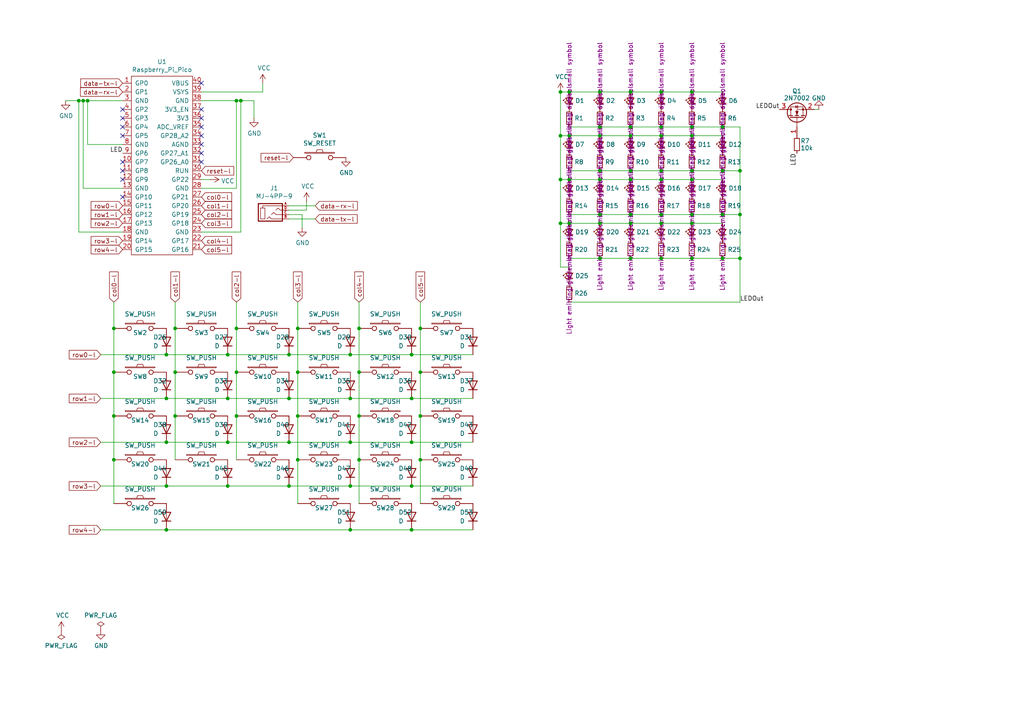
<source format=kicad_sch>
(kicad_sch (version 20250114) (generator "eeschema") (generator_version "9.0")
  (paper "A4")
  (title_block (title "Tim's Jiran mod") (rev "1") (company "Tim Lukashevich"))
  (junction (at 200.66 26.67))
  (junction (at 66.04 128.27))
  (junction (at 200.66 36.83))
  (junction (at 191.77 26.67))
  (junction (at 182.88 36.83))
  (junction (at 86.36 95.25))
  (junction (at 119.38 140.97))
  (junction (at 25.4 29.21))
  (junction (at 22.86 29.21))
  (junction (at 173.99 36.83))
  (junction (at 165.1 64.77))
  (junction (at 68.58 120.65))
  (junction (at 209.55 74.93))
  (junction (at 121.92 120.65))
  (junction (at 101.6 153.67))
  (junction (at 191.77 39.37))
  (junction (at 162.56 39.37))
  (junction (at 173.99 64.77))
  (junction (at 119.38 102.87))
  (junction (at 33.02 120.65))
  (junction (at 66.04 102.87))
  (junction (at 68.58 95.25))
  (junction (at 162.56 64.77))
  (junction (at 101.6 102.87))
  (junction (at 173.99 74.93))
  (junction (at 214.63 49.53))
  (junction (at 48.26 102.87))
  (junction (at 182.88 62.23))
  (junction (at 50.8 107.95))
  (junction (at 104.14 95.25))
  (junction (at 24.13 29.21))
  (junction (at 182.88 74.93))
  (junction (at 182.88 49.53))
  (junction (at 173.99 52.07))
  (junction (at 33.02 95.25))
  (junction (at 165.1 52.07))
  (junction (at 200.66 52.07))
  (junction (at 48.26 128.27))
  (junction (at 191.77 74.93))
  (junction (at 86.36 120.65))
  (junction (at 69.85 29.21))
  (junction (at 101.6 115.57))
  (junction (at 173.99 26.67))
  (junction (at 182.88 26.67))
  (junction (at 200.66 74.93))
  (junction (at 162.56 26.67))
  (junction (at 101.6 128.27))
  (junction (at 200.66 62.23))
  (junction (at 121.92 95.25))
  (junction (at 68.58 29.21))
  (junction (at 209.55 49.53))
  (junction (at 83.82 140.97))
  (junction (at 191.77 36.83))
  (junction (at 121.92 107.95))
  (junction (at 104.14 133.35))
  (junction (at 50.8 95.25))
  (junction (at 119.38 128.27))
  (junction (at 191.77 64.77))
  (junction (at 200.66 39.37))
  (junction (at 165.1 39.37))
  (junction (at 173.99 49.53))
  (junction (at 83.82 128.27))
  (junction (at 182.88 64.77))
  (junction (at 119.38 153.67))
  (junction (at 214.63 74.93))
  (junction (at 33.02 107.95))
  (junction (at 191.77 49.53))
  (junction (at 66.04 140.97))
  (junction (at 101.6 140.97))
  (junction (at 173.99 39.37))
  (junction (at 209.55 36.83))
  (junction (at 200.66 49.53))
  (junction (at 121.92 133.35))
  (junction (at 66.04 115.57))
  (junction (at 119.38 115.57))
  (junction (at 48.26 153.67))
  (junction (at 182.88 52.07))
  (junction (at 209.55 62.23))
  (junction (at 48.26 140.97))
  (junction (at 162.56 52.07))
  (junction (at 173.99 62.23))
  (junction (at 86.36 107.95))
  (junction (at 191.77 62.23))
  (junction (at 182.88 39.37))
  (junction (at 104.14 120.65))
  (junction (at 200.66 64.77))
  (junction (at 165.1 26.67))
  (junction (at 33.02 133.35))
  (junction (at 191.77 52.07))
  (junction (at 83.82 102.87))
  (junction (at 48.26 115.57))
  (junction (at 83.82 115.57))
  (junction (at 214.63 62.23))
  (junction (at 68.58 107.95))
  (junction (at 86.36 133.35))
  (junction (at 50.8 120.65))
  (junction (at 104.14 107.95))
  (no_connect (at 35.56 39.37))
  (no_connect (at 35.56 49.53))
  (no_connect (at 35.56 36.83))
  (no_connect (at 58.42 46.99))
  (no_connect (at 35.56 46.99))
  (no_connect (at 35.56 34.29))
  (no_connect (at 58.42 41.91))
  (no_connect (at 58.42 36.83))
  (no_connect (at 35.56 57.15))
  (no_connect (at 35.56 52.07))
  (no_connect (at 58.42 31.75))
  (no_connect (at 58.42 34.29))
  (no_connect (at 58.42 44.45))
  (no_connect (at 35.56 31.75))
  (no_connect (at 58.42 39.37))
  (no_connect (at 58.42 24.13))
  (wire (pts (xy 173.99 64.77) (xy 182.88 64.77)))
  (wire (pts (xy 58.42 67.31) (xy 69.85 67.31)))
  (wire (pts (xy 200.66 62.23) (xy 191.77 62.23)))
  (wire (pts (xy 173.99 74.93) (xy 165.1 74.93)))
  (wire (pts (xy 58.42 29.21) (xy 68.58 29.21)))
  (wire (pts (xy 48.26 153.67) (xy 29.21 153.67)))
  (wire (pts (xy 104.14 87.63) (xy 104.14 95.25)))
  (wire (pts (xy 191.77 62.23) (xy 182.88 62.23)))
  (wire (pts (xy 50.8 87.63) (xy 50.8 95.25)))
  (wire (pts (xy 48.26 102.87) (xy 66.04 102.87)))
  (wire (pts (xy 24.13 29.21) (xy 25.4 29.21)))
  (wire (pts (xy 58.42 26.67) (xy 76.2 26.67)))
  (wire (pts (xy 86.36 95.25) (xy 86.36 87.63)))
  (wire (pts (xy 173.99 36.83) (xy 165.1 36.83)))
  (wire (pts (xy 237.49 31.75) (xy 236.22 31.75)))
  (wire (pts (xy 121.92 120.65) (xy 121.92 133.35)))
  (wire (pts (xy 200.66 64.77) (xy 209.55 64.77)))
  (wire (pts (xy 25.4 29.21) (xy 35.56 29.21)))
  (wire (pts (xy 24.13 54.61) (xy 24.13 29.21)))
  (wire (pts (xy 104.14 133.35) (xy 104.14 146.05)))
  (wire (pts (xy 165.1 64.77) (xy 173.99 64.77)))
  (wire (pts (xy 173.99 26.67) (xy 182.88 26.67)))
  (wire (pts (xy 33.02 107.95) (xy 33.02 120.65)))
  (wire (pts (xy 101.6 128.27) (xy 83.82 128.27)))
  (wire (pts (xy 22.86 67.31) (xy 22.86 29.21)))
  (wire (pts (xy 182.88 64.77) (xy 191.77 64.77)))
  (wire (pts (xy 200.66 36.83) (xy 191.77 36.83)))
  (wire (pts (xy 66.04 128.27) (xy 48.26 128.27)))
  (wire (pts (xy 165.1 26.67) (xy 173.99 26.67)))
  (wire (pts (xy 33.02 133.35) (xy 33.02 120.65)))
  (wire (pts (xy 86.36 120.65) (xy 86.36 133.35)))
  (wire (pts (xy 68.58 107.95) (xy 68.58 120.65)))
  (wire (pts (xy 200.66 26.67) (xy 209.55 26.67)))
  (wire (pts (xy 209.55 62.23) (xy 200.66 62.23)))
  (wire (pts (xy 209.55 49.53) (xy 200.66 49.53)))
  (wire (pts (xy 182.88 26.67) (xy 191.77 26.67)))
  (wire (pts (xy 66.04 102.87) (xy 83.82 102.87)))
  (wire (pts (xy 83.82 128.27) (xy 66.04 128.27)))
  (wire (pts (xy 209.55 62.23) (xy 214.63 62.23)))
  (wire (pts (xy 137.16 140.97) (xy 119.38 140.97)))
  (wire (pts (xy 137.16 115.57) (xy 119.38 115.57)))
  (wire (pts (xy 165.1 39.37) (xy 173.99 39.37)))
  (wire (pts (xy 137.16 153.67) (xy 119.38 153.67)))
  (wire (pts (xy 50.8 107.95) (xy 50.8 120.65)))
  (wire (pts (xy 165.1 87.63) (xy 214.63 87.63)))
  (wire (pts (xy 25.4 41.91) (xy 25.4 29.21)))
  (wire (pts (xy 165.1 64.77) (xy 162.56 64.77)))
  (wire (pts (xy 48.26 153.67) (xy 101.6 153.67)))
  (wire (pts (xy 209.55 36.83) (xy 200.66 36.83)))
  (wire (pts (xy 182.88 52.07) (xy 191.77 52.07)))
  (wire (pts (xy 58.42 52.07) (xy 60.96 52.07)))
  (wire (pts (xy 83.82 60.96) (xy 88.9 60.96)))
  (wire (pts (xy 35.56 54.61) (xy 24.13 54.61)))
  (wire (pts (xy 83.82 59.69) (xy 91.44 59.69)))
  (wire (pts (xy 58.42 54.61) (xy 68.58 54.61)))
  (wire (pts (xy 165.1 52.07) (xy 162.56 52.07)))
  (wire (pts (xy 209.55 74.93) (xy 200.66 74.93)))
  (wire (pts (xy 119.38 102.87) (xy 137.16 102.87)))
  (wire (pts (xy 200.66 52.07) (xy 209.55 52.07)))
  (wire (pts (xy 88.9 60.96) (xy 88.9 58.42)))
  (wire (pts (xy 121.92 95.25) (xy 121.92 107.95)))
  (wire (pts (xy 165.1 39.37) (xy 162.56 39.37)))
  (wire (pts (xy 91.44 63.5) (xy 83.82 63.5)))
  (wire (pts (xy 121.92 107.95) (xy 121.92 120.65)))
  (wire (pts (xy 33.02 95.25) (xy 33.02 107.95)))
  (wire (pts (xy 19.05 29.21) (xy 22.86 29.21)))
  (wire (pts (xy 191.77 52.07) (xy 200.66 52.07)))
  (wire (pts (xy 66.04 140.97) (xy 48.26 140.97)))
  (wire (pts (xy 173.99 62.23) (xy 165.1 62.23)))
  (wire (pts (xy 104.14 120.65) (xy 104.14 107.95)))
  (wire (pts (xy 165.1 52.07) (xy 173.99 52.07)))
  (wire (pts (xy 121.92 133.35) (xy 121.92 146.05)))
  (wire (pts (xy 162.56 64.77) (xy 162.56 52.07)))
  (wire (pts (xy 137.16 128.27) (xy 119.38 128.27)))
  (wire (pts (xy 165.1 26.67) (xy 162.56 26.67)))
  (wire (pts (xy 165.1 77.47) (xy 162.56 77.47)))
  (wire (pts (xy 29.21 102.87) (xy 48.26 102.87)))
  (wire (pts (xy 173.99 52.07) (xy 182.88 52.07)))
  (wire (pts (xy 104.14 95.25) (xy 104.14 107.95)))
  (wire (pts (xy 83.82 62.23) (xy 87.63 62.23)))
  (wire (pts (xy 68.58 95.25) (xy 68.58 107.95)))
  (wire (pts (xy 214.63 36.83) (xy 214.63 49.53)))
  (wire (pts (xy 69.85 67.31) (xy 69.85 29.21)))
  (wire (pts (xy 83.82 102.87) (xy 101.6 102.87)))
  (wire (pts (xy 173.99 39.37) (xy 182.88 39.37)))
  (wire (pts (xy 162.56 39.37) (xy 162.56 26.67)))
  (wire (pts (xy 162.56 52.07) (xy 162.56 39.37)))
  (wire (pts (xy 191.77 39.37) (xy 200.66 39.37)))
  (wire (pts (xy 101.6 140.97) (xy 83.82 140.97)))
  (wire (pts (xy 191.77 49.53) (xy 182.88 49.53)))
  (wire (pts (xy 86.36 107.95) (xy 86.36 95.25)))
  (wire (pts (xy 182.88 62.23) (xy 173.99 62.23)))
  (wire (pts (xy 200.66 74.93) (xy 191.77 74.93)))
  (wire (pts (xy 162.56 77.47) (xy 162.56 64.77)))
  (wire (pts (xy 50.8 120.65) (xy 50.8 133.35)))
  (wire (pts (xy 209.55 74.93) (xy 214.63 74.93)))
  (wire (pts (xy 76.2 24.13) (xy 76.2 26.67)))
  (wire (pts (xy 209.55 49.53) (xy 214.63 49.53)))
  (wire (pts (xy 214.63 49.53) (xy 214.63 62.23)))
  (wire (pts (xy 191.77 64.77) (xy 200.66 64.77)))
  (wire (pts (xy 182.88 39.37) (xy 191.77 39.37)))
  (wire (pts (xy 104.14 120.65) (xy 104.14 133.35)))
  (wire (pts (xy 101.6 102.87) (xy 119.38 102.87)))
  (wire (pts (xy 35.56 67.31) (xy 22.86 67.31)))
  (wire (pts (xy 191.77 74.93) (xy 182.88 74.93)))
  (wire (pts (xy 191.77 36.83) (xy 182.88 36.83)))
  (wire (pts (xy 35.56 41.91) (xy 25.4 41.91)))
  (wire (pts (xy 209.55 36.83) (xy 214.63 36.83)))
  (wire (pts (xy 86.36 120.65) (xy 86.36 107.95)))
  (wire (pts (xy 101.6 115.57) (xy 83.82 115.57)))
  (wire (pts (xy 87.63 62.23) (xy 87.63 66.04)))
  (wire (pts (xy 119.38 115.57) (xy 101.6 115.57)))
  (wire (pts (xy 22.86 29.21) (xy 24.13 29.21)))
  (wire (pts (xy 50.8 95.25) (xy 50.8 107.95)))
  (wire (pts (xy 182.88 49.53) (xy 173.99 49.53)))
  (wire (pts (xy 200.66 49.53) (xy 191.77 49.53)))
  (wire (pts (xy 68.58 54.61) (xy 68.58 29.21)))
  (wire (pts (xy 48.26 128.27) (xy 29.21 128.27)))
  (wire (pts (xy 182.88 74.93) (xy 173.99 74.93)))
  (wire (pts (xy 29.21 140.97) (xy 48.26 140.97)))
  (wire (pts (xy 119.38 140.97) (xy 101.6 140.97)))
  (wire (pts (xy 214.63 62.23) (xy 214.63 74.93)))
  (wire (pts (xy 119.38 153.67) (xy 101.6 153.67)))
  (wire (pts (xy 119.38 128.27) (xy 101.6 128.27)))
  (wire (pts (xy 182.88 36.83) (xy 173.99 36.83)))
  (wire (pts (xy 191.77 26.67) (xy 200.66 26.67)))
  (wire (pts (xy 33.02 133.35) (xy 33.02 146.05)))
  (wire (pts (xy 68.58 29.21) (xy 69.85 29.21)))
  (wire (pts (xy 48.26 115.57) (xy 29.21 115.57)))
  (wire (pts (xy 121.92 87.63) (xy 121.92 95.25)))
  (wire (pts (xy 66.04 115.57) (xy 48.26 115.57)))
  (wire (pts (xy 200.66 39.37) (xy 209.55 39.37)))
  (wire (pts (xy 73.66 29.21) (xy 73.66 34.29)))
  (wire (pts (xy 69.85 29.21) (xy 73.66 29.21)))
  (wire (pts (xy 173.99 49.53) (xy 165.1 49.53)))
  (wire (pts (xy 83.82 140.97) (xy 66.04 140.97)))
  (wire (pts (xy 68.58 120.65) (xy 68.58 133.35)))
  (wire (pts (xy 86.36 146.05) (xy 86.36 133.35)))
  (wire (pts (xy 33.02 87.63) (xy 33.02 95.25)))
  (wire (pts (xy 214.63 74.93) (xy 214.63 87.63)))
  (wire (pts (xy 68.58 87.63) (xy 68.58 95.25)))
  (wire (pts (xy 83.82 115.57) (xy 66.04 115.57)))
  (label "LEDOut" (at 226.06 31.75 180))
  (label "LEDOut" (at 214.63 87.63 0))
  (label "LED" (at 231.14 44.45 270))
  (label "LED" (at 35.56 44.45 180))
  (global_label "col5-l" (shape input) (at 121.92 87.63 90) (property "Intersheetrefs" "${INTERSHEET_REFS}" (effects (hide yes))))
  (global_label "col2-l" (shape input) (at 58.42 62.23 0) (property "Intersheetrefs" "${INTERSHEET_REFS}" (effects (hide yes))))
  (global_label "col1-l" (shape input) (at 50.8 87.63 90) (property "Intersheetrefs" "${INTERSHEET_REFS}" (effects (hide yes))))
  (global_label "reset-l" (shape input) (at 58.42 49.53 0) (property "Intersheetrefs" "${INTERSHEET_REFS}" (effects (hide yes))))
  (global_label "col2-l" (shape input) (at 68.58 87.63 90) (property "Intersheetrefs" "${INTERSHEET_REFS}" (effects (hide yes))))
  (global_label "data-rx-l" (shape input) (at 91.44 59.69 0) (property "Intersheetrefs" "${INTERSHEET_REFS}" (effects (hide yes))))
  (global_label "col3-l" (shape input) (at 86.36 87.63 90) (property "Intersheetrefs" "${INTERSHEET_REFS}" (effects (hide yes))))
  (global_label "row4-l" (shape input) (at 35.56 72.39 180) (property "Intersheetrefs" "${INTERSHEET_REFS}" (effects (hide yes))))
  (global_label "row0-l" (shape input) (at 29.21 102.87 180) (property "Intersheetrefs" "${INTERSHEET_REFS}" (effects (hide yes))))
  (global_label "data-tx-l" (shape input) (at 91.44 63.5 0) (property "Intersheetrefs" "${INTERSHEET_REFS}" (effects (hide yes))))
  (global_label "row2-l" (shape input) (at 35.56 64.77 180) (property "Intersheetrefs" "${INTERSHEET_REFS}" (effects (hide yes))))
  (global_label "reset-l" (shape input) (at 85.09 45.72 180) (property "Intersheetrefs" "${INTERSHEET_REFS}" (effects (hide yes))))
  (global_label "row1-l" (shape input) (at 29.21 115.57 180) (property "Intersheetrefs" "${INTERSHEET_REFS}" (effects (hide yes))))
  (global_label "data-rx-l" (shape input) (at 35.56 26.67 180) (property "Intersheetrefs" "${INTERSHEET_REFS}" (effects (hide yes))))
  (global_label "row3-l" (shape input) (at 35.56 69.85 180) (property "Intersheetrefs" "${INTERSHEET_REFS}" (effects (hide yes))))
  (global_label "col4-l" (shape input) (at 104.14 87.63 90) (property "Intersheetrefs" "${INTERSHEET_REFS}" (effects (hide yes))))
  (global_label "col0-l" (shape input) (at 58.42 57.15 0) (property "Intersheetrefs" "${INTERSHEET_REFS}" (effects (hide yes))))
  (global_label "col5-l" (shape input) (at 58.42 72.39 0) (property "Intersheetrefs" "${INTERSHEET_REFS}" (effects (hide yes))))
  (global_label "row1-l" (shape input) (at 35.56 62.23 180) (property "Intersheetrefs" "${INTERSHEET_REFS}" (effects (hide yes))))
  (global_label "row0-l" (shape input) (at 35.56 59.69 180) (property "Intersheetrefs" "${INTERSHEET_REFS}" (effects (hide yes))))
  (global_label "col1-l" (shape input) (at 58.42 59.69 0) (property "Intersheetrefs" "${INTERSHEET_REFS}" (effects (hide yes))))
  (global_label "col4-l" (shape input) (at 58.42 69.85 0) (property "Intersheetrefs" "${INTERSHEET_REFS}" (effects (hide yes))))
  (global_label "col0-l" (shape input) (at 33.02 87.63 90) (property "Intersheetrefs" "${INTERSHEET_REFS}" (effects (hide yes))))
  (global_label "row4-l" (shape input) (at 29.21 153.67 180) (property "Intersheetrefs" "${INTERSHEET_REFS}" (effects (hide yes))))
  (global_label "row3-l" (shape input) (at 29.21 140.97 180) (property "Intersheetrefs" "${INTERSHEET_REFS}" (effects (hide yes))))
  (global_label "row2-l" (shape input) (at 29.21 128.27 180) (property "Intersheetrefs" "${INTERSHEET_REFS}" (effects (hide yes))))
  (global_label "data-tx-l" (shape input) (at 35.56 24.13 180) (property "Intersheetrefs" "${INTERSHEET_REFS}" (effects (hide yes))))
  (global_label "col3-l" (shape input) (at 58.42 64.77 0) (property "Intersheetrefs" "${INTERSHEET_REFS}" (effects (hide yes))))
  (symbol (lib_id "Device:LED_Small") (at 165.1 29.21 90) (unit 1)
    (property "Reference" "D1" (at 166.8272 29.21 90) (effects (justify right)))
    (property "Value" "LED_Small" (effects (hide yes)))
    (property "Footprint" "_tergo_lib:LED_1.8mm" (effects (hide yes)))
    (property "Description" "Light emitting diode, small symbol" (at 165.1 29.21 0))
    (property "Sim.Pins" "1=K 2=A" (effects (hide yes)))
  )
  (symbol (lib_id "Device:LED_Small") (at 173.99 29.21 90) (unit 1)
    (property "Reference" "D2" (at 175.7172 29.21 90) (effects (justify right)))
    (property "Value" "LED_Small" (effects (hide yes)))
    (property "Footprint" "_tergo_lib:LED_1.8mm" (effects (hide yes)))
    (property "Description" "Light emitting diode, small symbol" (at 173.99 29.21 0))
    (property "Sim.Pins" "1=K 2=A" (effects (hide yes)))
  )
  (symbol (lib_id "Device:LED_Small") (at 182.88 29.21 90) (unit 1)
    (property "Reference" "D3" (at 184.6072 29.21 90) (effects (justify right)))
    (property "Value" "LED_Small" (effects (hide yes)))
    (property "Footprint" "_tergo_lib:LED_1.8mm" (effects (hide yes)))
    (property "Description" "Light emitting diode, small symbol" (at 182.88 29.21 0))
    (property "Sim.Pins" "1=K 2=A" (effects (hide yes)))
  )
  (symbol (lib_id "Device:LED_Small") (at 191.77 29.21 90) (unit 1)
    (property "Reference" "D4" (at 193.4972 29.21 90) (effects (justify right)))
    (property "Value" "LED_Small" (effects (hide yes)))
    (property "Footprint" "_tergo_lib:LED_1.8mm" (effects (hide yes)))
    (property "Description" "Light emitting diode, small symbol" (at 191.77 29.21 0))
    (property "Sim.Pins" "1=K 2=A" (effects (hide yes)))
  )
  (symbol (lib_id "Device:LED_Small") (at 200.66 29.21 90) (unit 1)
    (property "Reference" "D5" (at 202.3872 29.21 90) (effects (justify right)))
    (property "Value" "LED_Small" (effects (hide yes)))
    (property "Footprint" "_tergo_lib:LED_1.8mm" (effects (hide yes)))
    (property "Description" "Light emitting diode, small symbol" (at 200.66 29.21 0))
    (property "Sim.Pins" "1=K 2=A" (effects (hide yes)))
  )
  (symbol (lib_id "Device:LED_Small") (at 209.55 29.21 90) (unit 1)
    (property "Reference" "D6" (at 211.2772 29.21 90) (effects (justify right)))
    (property "Value" "LED_Small" (effects (hide yes)))
    (property "Footprint" "_tergo_lib:LED_1.8mm" (effects (hide yes)))
    (property "Description" "Light emitting diode, small symbol" (at 209.55 29.21 0))
    (property "Sim.Pins" "1=K 2=A" (effects (hide yes)))
  )
  (symbol (lib_id "Device:R_Small") (at 165.1 34.29 0) (unit 1)
    (property "Reference" "R1" (at 166.5986 34.29 0) (effects (justify left)))
    (property "Value" "R_Small" (effects (hide yes)))
    (property "Footprint" "_tergo_lib:Resistor-Hybrid-2sided" (effects (hide yes)))
  )
  (symbol (lib_id "Device:R_Small") (at 173.99 34.29 0) (unit 1)
    (property "Reference" "R2" (at 175.4886 34.29 0) (effects (justify left)))
    (property "Value" "R_Small" (effects (hide yes)))
    (property "Footprint" "_tergo_lib:Resistor-Hybrid-2sided" (effects (hide yes)))
  )
  (symbol (lib_id "Device:R_Small") (at 182.88 34.29 0) (unit 1)
    (property "Reference" "R3" (at 184.3786 34.29 0) (effects (justify left)))
    (property "Value" "R_Small" (effects (hide yes)))
    (property "Footprint" "_tergo_lib:Resistor-Hybrid-2sided" (effects (hide yes)))
  )
  (symbol (lib_id "Device:R_Small") (at 191.77 34.29 0) (unit 1)
    (property "Reference" "R4" (at 193.2686 34.29 0) (effects (justify left)))
    (property "Value" "R_Small" (effects (hide yes)))
    (property "Footprint" "_tergo_lib:Resistor-Hybrid-2sided" (effects (hide yes)))
  )
  (symbol (lib_id "Device:R_Small") (at 200.66 34.29 0) (unit 1)
    (property "Reference" "R5" (at 202.1586 34.29 0) (effects (justify left)))
    (property "Value" "R_Small" (effects (hide yes)))
    (property "Footprint" "_tergo_lib:Resistor-Hybrid-2sided" (effects (hide yes)))
  )
  (symbol (lib_id "Device:R_Small") (at 209.55 34.29 0) (unit 1)
    (property "Reference" "R6" (at 211.0486 34.29 0) (effects (justify left)))
    (property "Value" "R_Small" (effects (hide yes)))
    (property "Footprint" "_tergo_lib:Resistor-Hybrid-2sided" (effects (hide yes)))
  )
  (symbol (lib_id "Device:LED_Small") (at 165.1 41.91 90) (unit 1)
    (property "Reference" "D7" (at 166.8272 41.91 90) (effects (justify right)))
    (property "Value" "LED_Small" (effects (hide yes)))
    (property "Footprint" "_tergo_lib:LED_1.8mm" (effects (hide yes)))
    (property "Description" "Light emitting diode, small symbol" (at 165.1 41.91 0))
    (property "Sim.Pins" "1=K 2=A" (effects (hide yes)))
  )
  (symbol (lib_id "Device:LED_Small") (at 173.99 41.91 90) (unit 1)
    (property "Reference" "D8" (at 175.7172 41.91 90) (effects (justify right)))
    (property "Value" "LED_Small" (effects (hide yes)))
    (property "Footprint" "_tergo_lib:LED_1.8mm" (effects (hide yes)))
    (property "Description" "Light emitting diode, small symbol" (at 173.99 41.91 0))
    (property "Sim.Pins" "1=K 2=A" (effects (hide yes)))
  )
  (symbol (lib_id "Device:LED_Small") (at 182.88 41.91 90) (unit 1)
    (property "Reference" "D9" (at 184.6072 41.91 90) (effects (justify right)))
    (property "Value" "LED_Small" (effects (hide yes)))
    (property "Footprint" "_tergo_lib:LED_1.8mm" (effects (hide yes)))
    (property "Description" "Light emitting diode, small symbol" (at 182.88 41.91 0))
    (property "Sim.Pins" "1=K 2=A" (effects (hide yes)))
  )
  (symbol (lib_id "Device:LED_Small") (at 191.77 41.91 90) (unit 1)
    (property "Reference" "D10" (at 193.4972 41.91 90) (effects (justify right)))
    (property "Value" "LED_Small" (effects (hide yes)))
    (property "Footprint" "_tergo_lib:LED_1.8mm" (effects (hide yes)))
    (property "Description" "Light emitting diode, small symbol" (at 191.77 41.91 0))
    (property "Sim.Pins" "1=K 2=A" (effects (hide yes)))
  )
  (symbol (lib_id "Device:LED_Small") (at 200.66 41.91 90) (unit 1)
    (property "Reference" "D11" (at 202.3872 41.91 90) (effects (justify right)))
    (property "Value" "LED_Small" (effects (hide yes)))
    (property "Footprint" "_tergo_lib:LED_1.8mm" (effects (hide yes)))
    (property "Description" "Light emitting diode, small symbol" (at 200.66 41.91 0))
    (property "Sim.Pins" "1=K 2=A" (effects (hide yes)))
  )
  (symbol (lib_id "Device:LED_Small") (at 209.55 41.91 90) (unit 1)
    (property "Reference" "D12" (at 211.2772 41.91 90) (effects (justify right)))
    (property "Value" "LED_Small" (effects (hide yes)))
    (property "Footprint" "_tergo_lib:LED_1.8mm" (effects (hide yes)))
    (property "Description" "Light emitting diode, small symbol" (at 209.55 41.91 0))
    (property "Sim.Pins" "1=K 2=A" (effects (hide yes)))
  )
  (symbol (lib_id "Device:R_Small") (at 165.1 46.99 0) (unit 1)
    (property "Reference" "R8" (at 166.5986 46.99 0) (effects (justify left)))
    (property "Value" "R_Small" (effects (hide yes)))
    (property "Footprint" "_tergo_lib:Resistor-Hybrid-2sided" (effects (hide yes)))
  )
  (symbol (lib_id "Device:R_Small") (at 173.99 46.99 0) (unit 1)
    (property "Reference" "R9" (at 175.4886 46.99 0) (effects (justify left)))
    (property "Value" "R_Small" (effects (hide yes)))
    (property "Footprint" "_tergo_lib:Resistor-Hybrid-2sided" (effects (hide yes)))
  )
  (symbol (lib_id "Device:R_Small") (at 182.88 46.99 0) (unit 1)
    (property "Reference" "R10" (at 184.3786 46.99 0) (effects (justify left)))
    (property "Value" "R_Small" (effects (hide yes)))
    (property "Footprint" "_tergo_lib:Resistor-Hybrid-2sided" (effects (hide yes)))
  )
  (symbol (lib_id "Device:R_Small") (at 191.77 46.99 0) (unit 1)
    (property "Reference" "R11" (at 193.2686 46.99 0) (effects (justify left)))
    (property "Value" "R_Small" (effects (hide yes)))
    (property "Footprint" "_tergo_lib:Resistor-Hybrid-2sided" (effects (hide yes)))
  )
  (symbol (lib_id "Device:R_Small") (at 200.66 46.99 0) (unit 1)
    (property "Reference" "R12" (at 202.1586 46.99 0) (effects (justify left)))
    (property "Value" "R_Small" (effects (hide yes)))
    (property "Footprint" "_tergo_lib:Resistor-Hybrid-2sided" (effects (hide yes)))
  )
  (symbol (lib_id "Device:R_Small") (at 209.55 46.99 0) (unit 1)
    (property "Reference" "R13" (at 211.0486 46.99 0) (effects (justify left)))
    (property "Value" "R_Small" (effects (hide yes)))
    (property "Footprint" "_tergo_lib:Resistor-Hybrid-2sided" (effects (hide yes)))
  )
  (symbol (lib_id "Device:LED_Small") (at 165.1 54.61 90) (unit 1)
    (property "Reference" "D13" (at 166.8272 54.61 90) (effects (justify right)))
    (property "Value" "LED_Small" (effects (hide yes)))
    (property "Footprint" "_tergo_lib:LED_1.8mm" (effects (hide yes)))
    (property "Description" "Light emitting diode, small symbol" (at 165.1 54.61 0))
    (property "Sim.Pins" "1=K 2=A" (effects (hide yes)))
  )
  (symbol (lib_id "Device:LED_Small") (at 173.99 54.61 90) (unit 1)
    (property "Reference" "D14" (at 175.7172 54.61 90) (effects (justify right)))
    (property "Value" "LED_Small" (effects (hide yes)))
    (property "Footprint" "_tergo_lib:LED_1.8mm" (effects (hide yes)))
    (property "Description" "Light emitting diode, small symbol" (at 173.99 54.61 0))
    (property "Sim.Pins" "1=K 2=A" (effects (hide yes)))
  )
  (symbol (lib_id "Device:LED_Small") (at 182.88 54.61 90) (unit 1)
    (property "Reference" "D15" (at 184.6072 54.61 90) (effects (justify right)))
    (property "Value" "LED_Small" (effects (hide yes)))
    (property "Footprint" "_tergo_lib:LED_1.8mm" (effects (hide yes)))
    (property "Description" "Light emitting diode, small symbol" (at 182.88 54.61 0))
    (property "Sim.Pins" "1=K 2=A" (effects (hide yes)))
  )
  (symbol (lib_id "Device:LED_Small") (at 191.77 54.61 90) (unit 1)
    (property "Reference" "D16" (at 193.4972 54.61 90) (effects (justify right)))
    (property "Value" "LED_Small" (effects (hide yes)))
    (property "Footprint" "_tergo_lib:LED_1.8mm" (effects (hide yes)))
    (property "Description" "Light emitting diode, small symbol" (at 191.77 54.61 0))
    (property "Sim.Pins" "1=K 2=A" (effects (hide yes)))
  )
  (symbol (lib_id "Device:LED_Small") (at 200.66 54.61 90) (unit 1)
    (property "Reference" "D17" (at 202.3872 54.61 90) (effects (justify right)))
    (property "Value" "LED_Small" (effects (hide yes)))
    (property "Footprint" "_tergo_lib:LED_1.8mm" (effects (hide yes)))
    (property "Description" "Light emitting diode, small symbol" (at 200.66 54.61 0))
    (property "Sim.Pins" "1=K 2=A" (effects (hide yes)))
  )
  (symbol (lib_id "Device:LED_Small") (at 209.55 54.61 90) (unit 1)
    (property "Reference" "D18" (at 211.2772 54.61 90) (effects (justify right)))
    (property "Value" "LED_Small" (effects (hide yes)))
    (property "Footprint" "_tergo_lib:LED_1.8mm" (effects (hide yes)))
    (property "Description" "Light emitting diode, small symbol" (at 209.55 54.61 0))
    (property "Sim.Pins" "1=K 2=A" (effects (hide yes)))
  )
  (symbol (lib_id "Device:R_Small") (at 165.1 59.69 0) (unit 1)
    (property "Reference" "R14" (at 166.5986 59.69 0) (effects (justify left)))
    (property "Value" "R_Small" (effects (hide yes)))
    (property "Footprint" "_tergo_lib:Resistor-Hybrid-2sided" (effects (hide yes)))
  )
  (symbol (lib_id "Device:R_Small") (at 173.99 59.69 0) (unit 1)
    (property "Reference" "R15" (at 175.4886 59.69 0) (effects (justify left)))
    (property "Value" "R_Small" (effects (hide yes)))
    (property "Footprint" "_tergo_lib:Resistor-Hybrid-2sided" (effects (hide yes)))
  )
  (symbol (lib_id "Device:R_Small") (at 182.88 59.69 0) (unit 1)
    (property "Reference" "R16" (at 184.3786 59.69 0) (effects (justify left)))
    (property "Value" "R_Small" (effects (hide yes)))
    (property "Footprint" "_tergo_lib:Resistor-Hybrid-2sided" (effects (hide yes)))
  )
  (symbol (lib_id "Device:R_Small") (at 191.77 59.69 0) (unit 1)
    (property "Reference" "R17" (at 193.2686 59.69 0) (effects (justify left)))
    (property "Value" "R_Small" (effects (hide yes)))
    (property "Footprint" "_tergo_lib:Resistor-Hybrid-2sided" (effects (hide yes)))
  )
  (symbol (lib_id "Device:R_Small") (at 200.66 59.69 0) (unit 1)
    (property "Reference" "R18" (at 202.1586 59.69 0) (effects (justify left)))
    (property "Value" "R_Small" (effects (hide yes)))
    (property "Footprint" "_tergo_lib:Resistor-Hybrid-2sided" (effects (hide yes)))
  )
  (symbol (lib_id "Device:R_Small") (at 209.55 59.69 0) (unit 1)
    (property "Reference" "R19" (at 211.0486 59.69 0) (effects (justify left)))
    (property "Value" "R_Small" (effects (hide yes)))
    (property "Footprint" "_tergo_lib:Resistor-Hybrid-2sided" (effects (hide yes)))
  )
  (symbol (lib_id "Device:LED_Small") (at 165.1 67.31 90) (unit 1)
    (property "Reference" "D19" (at 166.8272 67.31 90) (effects (justify right)))
    (property "Value" "LED_Small" (effects (hide yes)))
    (property "Footprint" "_tergo_lib:LED_1.8mm" (effects (hide yes)))
    (property "Description" "Light emitting diode, small symbol" (at 165.1 67.31 0))
    (property "Sim.Pins" "1=K 2=A" (effects (hide yes)))
  )
  (symbol (lib_id "Device:LED_Small") (at 173.99 67.31 90) (unit 1)
    (property "Reference" "D20" (at 175.7172 67.31 90) (effects (justify right)))
    (property "Value" "LED_Small" (effects (hide yes)))
    (property "Footprint" "_tergo_lib:LED_1.8mm" (effects (hide yes)))
    (property "Description" "Light emitting diode, small symbol" (at 173.99 67.31 0))
    (property "Sim.Pins" "1=K 2=A" (effects (hide yes)))
  )
  (symbol (lib_id "Device:LED_Small") (at 182.88 67.31 90) (unit 1)
    (property "Reference" "D21" (at 184.6072 67.31 90) (effects (justify right)))
    (property "Value" "LED_Small" (effects (hide yes)))
    (property "Footprint" "_tergo_lib:LED_1.8mm" (effects (hide yes)))
    (property "Description" "Light emitting diode, small symbol" (at 182.88 67.31 0))
    (property "Sim.Pins" "1=K 2=A" (effects (hide yes)))
  )
  (symbol (lib_id "Device:LED_Small") (at 200.66 67.31 90) (unit 1)
    (property "Reference" "D23" (at 202.3872 67.31 90) (effects (justify right)))
    (property "Value" "LED_Small" (effects (hide yes)))
    (property "Footprint" "_tergo_lib:LED_1.8mm" (effects (hide yes)))
    (property "Description" "Light emitting diode, small symbol" (at 200.66 67.31 0))
    (property "Sim.Pins" "1=K 2=A" (effects (hide yes)))
  )
  (symbol (lib_id "Device:R_Small") (at 165.1 72.39 0) (unit 1)
    (property "Reference" "R20" (at 166.5986 72.39 0) (effects (justify left)))
    (property "Value" "R_Small" (effects (hide yes)))
    (property "Footprint" "_tergo_lib:Resistor-Hybrid-2sided" (effects (hide yes)))
  )
  (symbol (lib_id "Device:R_Small") (at 173.99 72.39 0) (unit 1)
    (property "Reference" "R21" (at 175.4886 72.39 0) (effects (justify left)))
    (property "Value" "R_Small" (effects (hide yes)))
    (property "Footprint" "_tergo_lib:Resistor-Hybrid-2sided" (effects (hide yes)))
  )
  (symbol (lib_id "Device:R_Small") (at 182.88 72.39 0) (unit 1)
    (property "Reference" "R22" (at 184.3786 72.39 0) (effects (justify left)))
    (property "Value" "R_Small" (effects (hide yes)))
    (property "Footprint" "_tergo_lib:Resistor-Hybrid-2sided" (effects (hide yes)))
  )
  (symbol (lib_id "Device:R_Small") (at 191.77 72.39 0) (unit 1)
    (property "Reference" "R23" (at 193.2686 72.39 0) (effects (justify left)))
    (property "Value" "R_Small" (effects (hide yes)))
    (property "Footprint" "_tergo_lib:Resistor-Hybrid-2sided" (effects (hide yes)))
  )
  (symbol (lib_id "Device:R_Small") (at 200.66 72.39 0) (unit 1)
    (property "Reference" "R24" (at 202.1586 72.39 0) (effects (justify left)))
    (property "Value" "R_Small" (effects (hide yes)))
    (property "Footprint" "_tergo_lib:Resistor-Hybrid-2sided" (effects (hide yes)))
  )
  (symbol (lib_id "Device:R_Small") (at 209.55 72.39 0) (unit 1)
    (property "Reference" "R25" (at 211.0486 72.39 0) (effects (justify left)))
    (property "Value" "R_Small" (effects (hide yes)))
    (property "Footprint" "_tergo_lib:Resistor-Hybrid-2sided" (effects (hide yes)))
  )
  (symbol (lib_id "Device:LED_Small") (at 165.1 80.01 90) (unit 1)
    (property "Reference" "D25" (at 166.8272 80.01 90) (effects (justify right)))
    (property "Value" "LED_Small" (effects (hide yes)))
    (property "Footprint" "_tergo_lib:LED_1.8mm" (effects (hide yes)))
    (property "Description" "Light emitting diode, small symbol" (at 165.1 80.01 0))
    (property "Sim.Pins" "1=K 2=A" (effects (hide yes)))
  )
  (symbol (lib_id "Device:R_Small") (at 165.1 85.09 0) (unit 1)
    (property "Reference" "R26" (at 166.5986 85.09 0) (effects (justify left)))
    (property "Value" "R_Small" (effects (hide yes)))
    (property "Footprint" "_tergo_lib:Resistor-Hybrid-2sided" (effects (hide yes)))
  )
  (symbol (lib_id "Transistor_FET:2N7002") (at 231.14 34.29 90) (unit 1)
    (property "Reference" "Q1" (at 231.14 26.416 90))
    (property "Value" "2N7002" (at 231.14 28.448 90))
    (property "Footprint" "Package_TO_SOT_SMD:SOT-23" (effects (hide yes)))
    (property "Datasheet" "https://www.fairchildsemi.com/datasheets/2N/2N7002.pdf" (effects (hide yes)))
  )
  (symbol (lib_id "Device:R_Small") (at 231.14 41.91 0) (unit 1)
    (property "Reference" "R7" (at 232.156 40.894 0) (effects (justify left)))
    (property "Value" "10k" (at 232.156 42.926 0) (effects (justify left)))
    (property "Footprint" "_tergo_lib:Keebio-Resistor-Hybrid-Back" (effects (hide yes)))
  )
  (symbol (lib_id "_tergo_lib:SW_PUSH") (at 40.64 107.95 0) (unit 1)
    (property "Reference" "SW8" (at 40.64 109.22 0))
    (property "Value" "SW_PUSH" (at 40.64 103.7844 0))
    (property "Footprint" "_tergo_lib:CherryMX_Choco_Hotswap" (effects (hide yes)))
  )
  (symbol (lib_id "Device:D") (at 48.26 111.76 90) (unit 1)
    (property "Reference" "D32" (at 44.45 110.49 90) (effects (justify right)))
    (property "Value" "D" (at 44.45 113.03 90) (effects (justify right)))
    (property "Footprint" "_tergo_lib:Keebio-Diode-Hybrid-Back" (effects (hide yes)))
    (property "Description" "Diode" (effects (hide yes)))
    (property "Sim.Device" "D" (effects (hide yes)))
    (property "Sim.Pins" "1=K 2=A" (effects (hide yes)))
  )
  (symbol (lib_id "_tergo_lib:SW_PUSH") (at 40.64 120.65 0) (unit 1)
    (property "Reference" "SW14" (at 40.64 121.92 0))
    (property "Value" "SW_PUSH" (at 40.64 116.4844 0))
    (property "Footprint" "_tergo_lib:CherryMX_Choco_Hotswap" (effects (hide yes)))
  )
  (symbol (lib_id "Device:D") (at 48.26 124.46 90) (unit 1)
    (property "Reference" "D38" (at 44.45 123.19 90) (effects (justify right)))
    (property "Value" "D" (at 44.45 125.73 90) (effects (justify right)))
    (property "Footprint" "_tergo_lib:Keebio-Diode-Hybrid-Back" (effects (hide yes)))
    (property "Description" "Diode" (effects (hide yes)))
    (property "Sim.Device" "D" (effects (hide yes)))
    (property "Sim.Pins" "1=K 2=A" (effects (hide yes)))
  )
  (symbol (lib_id "_tergo_lib:SW_PUSH") (at 40.64 133.35 0) (unit 1)
    (property "Reference" "SW20" (at 40.64 134.62 0))
    (property "Value" "SW_PUSH" (at 40.64 129.1844 0))
    (property "Footprint" "_tergo_lib:CherryMX_Choco_Hotswap" (effects (hide yes)))
  )
  (symbol (lib_id "Device:D") (at 48.26 137.16 90) (unit 1)
    (property "Reference" "D44" (at 44.45 135.89 90) (effects (justify right)))
    (property "Value" "D" (at 44.45 138.43 90) (effects (justify right)))
    (property "Footprint" "_tergo_lib:Keebio-Diode-Hybrid-Back" (effects (hide yes)))
    (property "Description" "Diode" (effects (hide yes)))
    (property "Sim.Device" "D" (effects (hide yes)))
    (property "Sim.Pins" "1=K 2=A" (effects (hide yes)))
  )
  (symbol (lib_id "_tergo_lib:SW_PUSH") (at 58.42 107.95 0) (unit 1)
    (property "Reference" "SW9" (at 58.42 109.22 0))
    (property "Value" "SW_PUSH" (at 58.42 103.7844 0))
    (property "Footprint" "_tergo_lib:CherryMX_Choco_Hotswap" (effects (hide yes)))
  )
  (symbol (lib_id "Device:D") (at 66.04 111.76 90) (unit 1)
    (property "Reference" "D33" (at 62.23 110.49 90) (effects (justify right)))
    (property "Value" "D" (at 62.23 113.03 90) (effects (justify right)))
    (property "Footprint" "_tergo_lib:Keebio-Diode-Hybrid-Back" (effects (hide yes)))
    (property "Description" "Diode" (effects (hide yes)))
    (property "Sim.Device" "D" (effects (hide yes)))
    (property "Sim.Pins" "1=K 2=A" (effects (hide yes)))
  )
  (symbol (lib_id "_tergo_lib:SW_PUSH") (at 58.42 120.65 0) (unit 1)
    (property "Reference" "SW15" (at 58.42 121.92 0))
    (property "Value" "SW_PUSH" (at 58.42 116.4844 0))
    (property "Footprint" "_tergo_lib:CherryMX_Choco_Hotswap" (effects (hide yes)))
  )
  (symbol (lib_id "Device:D") (at 66.04 124.46 90) (unit 1)
    (property "Reference" "D39" (at 62.23 123.19 90) (effects (justify right)))
    (property "Value" "D" (at 62.23 125.73 90) (effects (justify right)))
    (property "Footprint" "_tergo_lib:Keebio-Diode-Hybrid-Back" (effects (hide yes)))
    (property "Description" "Diode" (effects (hide yes)))
    (property "Sim.Device" "D" (effects (hide yes)))
    (property "Sim.Pins" "1=K 2=A" (effects (hide yes)))
  )
  (symbol (lib_id "_tergo_lib:SW_PUSH") (at 58.42 133.35 0) (unit 1)
    (property "Reference" "SW21" (at 58.42 134.62 0))
    (property "Value" "SW_PUSH" (at 58.42 129.1844 0))
    (property "Footprint" "_tergo_lib:CherryMX_Choco_Hotswap" (effects (hide yes)))
  )
  (symbol (lib_id "Device:D") (at 66.04 137.16 90) (unit 1)
    (property "Reference" "D45" (at 62.23 135.89 90) (effects (justify right)))
    (property "Value" "D" (at 62.23 138.43 90) (effects (justify right)))
    (property "Footprint" "_tergo_lib:Keebio-Diode-Hybrid-Back" (effects (hide yes)))
    (property "Description" "Diode" (effects (hide yes)))
    (property "Sim.Device" "D" (effects (hide yes)))
    (property "Sim.Pins" "1=K 2=A" (effects (hide yes)))
  )
  (symbol (lib_id "_tergo_lib:SW_PUSH") (at 76.2 107.95 0) (unit 1)
    (property "Reference" "SW10" (at 76.2 109.22 0))
    (property "Value" "SW_PUSH" (at 76.2 103.7844 0))
    (property "Footprint" "_tergo_lib:CherryMX_Choco_Hotswap" (effects (hide yes)))
  )
  (symbol (lib_id "Device:D") (at 83.82 111.76 90) (unit 1)
    (property "Reference" "D34" (at 80.01 110.49 90) (effects (justify right)))
    (property "Value" "D" (at 80.01 113.03 90) (effects (justify right)))
    (property "Footprint" "_tergo_lib:Keebio-Diode-Hybrid-Back" (effects (hide yes)))
    (property "Description" "Diode" (effects (hide yes)))
    (property "Sim.Device" "D" (effects (hide yes)))
    (property "Sim.Pins" "1=K 2=A" (effects (hide yes)))
  )
  (symbol (lib_id "_tergo_lib:SW_PUSH") (at 76.2 120.65 0) (unit 1)
    (property "Reference" "SW16" (at 76.2 121.92 0))
    (property "Value" "SW_PUSH" (at 76.2 116.4844 0))
    (property "Footprint" "_tergo_lib:CherryMX_Choco_Hotswap" (effects (hide yes)))
  )
  (symbol (lib_id "Device:D") (at 83.82 124.46 90) (unit 1)
    (property "Reference" "D40" (at 80.01 123.19 90) (effects (justify right)))
    (property "Value" "D" (at 80.01 125.73 90) (effects (justify right)))
    (property "Footprint" "_tergo_lib:Keebio-Diode-Hybrid-Back" (effects (hide yes)))
    (property "Description" "Diode" (effects (hide yes)))
    (property "Sim.Device" "D" (effects (hide yes)))
    (property "Sim.Pins" "1=K 2=A" (effects (hide yes)))
  )
  (symbol (lib_id "_tergo_lib:SW_PUSH") (at 76.2 133.35 0) (unit 1)
    (property "Reference" "SW22" (at 76.2 134.62 0))
    (property "Value" "SW_PUSH" (at 76.2 129.1844 0))
    (property "Footprint" "_tergo_lib:CherryMX_Choco_Hotswap" (effects (hide yes)))
  )
  (symbol (lib_id "Device:D") (at 83.82 137.16 90) (unit 1)
    (property "Reference" "D46" (at 80.01 135.89 90) (effects (justify right)))
    (property "Value" "D" (at 80.01 138.43 90) (effects (justify right)))
    (property "Footprint" "_tergo_lib:Keebio-Diode-Hybrid-Back" (effects (hide yes)))
    (property "Description" "Diode" (effects (hide yes)))
    (property "Sim.Device" "D" (effects (hide yes)))
    (property "Sim.Pins" "1=K 2=A" (effects (hide yes)))
  )
  (symbol (lib_id "_tergo_lib:SW_PUSH") (at 40.64 146.05 0) (unit 1)
    (property "Reference" "SW26" (at 40.64 147.32 0))
    (property "Value" "SW_PUSH" (at 40.64 141.8844 0))
    (property "Footprint" "_tergo_lib:CherryMX_Choco_Hotswap" (effects (hide yes)))
  )
  (symbol (lib_id "Device:D") (at 48.26 149.86 90) (unit 1)
    (property "Reference" "D50" (at 44.45 148.59 90) (effects (justify right)))
    (property "Value" "D" (at 44.45 151.13 90) (effects (justify right)))
    (property "Footprint" "_tergo_lib:Keebio-Diode-Hybrid-Back" (effects (hide yes)))
    (property "Description" "Diode" (effects (hide yes)))
    (property "Sim.Device" "D" (effects (hide yes)))
    (property "Sim.Pins" "1=K 2=A" (effects (hide yes)))
  )
  (symbol (lib_id "_tergo_lib:SW_PUSH") (at 93.98 107.95 0) (unit 1)
    (property "Reference" "SW11" (at 93.98 109.22 0))
    (property "Value" "SW_PUSH" (at 93.98 103.7844 0))
    (property "Footprint" "_tergo_lib:CherryMX_Choco_Hotswap" (effects (hide yes)))
  )
  (symbol (lib_id "Device:D") (at 101.6 111.76 90) (unit 1)
    (property "Reference" "D35" (at 97.79 110.49 90) (effects (justify right)))
    (property "Value" "D" (at 97.79 113.03 90) (effects (justify right)))
    (property "Footprint" "_tergo_lib:Keebio-Diode-Hybrid-Back" (effects (hide yes)))
    (property "Description" "Diode" (effects (hide yes)))
    (property "Sim.Device" "D" (effects (hide yes)))
    (property "Sim.Pins" "1=K 2=A" (effects (hide yes)))
  )
  (symbol (lib_id "_tergo_lib:SW_PUSH") (at 93.98 120.65 0) (unit 1)
    (property "Reference" "SW17" (at 93.98 121.92 0))
    (property "Value" "SW_PUSH" (at 93.98 116.4844 0))
    (property "Footprint" "_tergo_lib:CherryMX_Choco_Hotswap" (effects (hide yes)))
  )
  (symbol (lib_id "Device:D") (at 101.6 124.46 90) (unit 1)
    (property "Reference" "D41" (at 97.79 123.19 90) (effects (justify right)))
    (property "Value" "D" (at 97.79 125.73 90) (effects (justify right)))
    (property "Footprint" "_tergo_lib:Keebio-Diode-Hybrid-Back" (effects (hide yes)))
    (property "Description" "Diode" (effects (hide yes)))
    (property "Sim.Device" "D" (effects (hide yes)))
    (property "Sim.Pins" "1=K 2=A" (effects (hide yes)))
  )
  (symbol (lib_id "_tergo_lib:SW_PUSH") (at 93.98 133.35 0) (unit 1)
    (property "Reference" "SW23" (at 93.98 134.62 0))
    (property "Value" "SW_PUSH" (at 93.98 129.1844 0))
    (property "Footprint" "_tergo_lib:CherryMX_Choco_Hotswap" (effects (hide yes)))
  )
  (symbol (lib_id "Device:D") (at 101.6 137.16 90) (unit 1)
    (property "Reference" "D47" (at 97.79 135.89 90) (effects (justify right)))
    (property "Value" "D" (at 97.79 138.43 90) (effects (justify right)))
    (property "Footprint" "_tergo_lib:Keebio-Diode-Hybrid-Back" (effects (hide yes)))
    (property "Description" "Diode" (effects (hide yes)))
    (property "Sim.Device" "D" (effects (hide yes)))
    (property "Sim.Pins" "1=K 2=A" (effects (hide yes)))
  )
  (symbol (lib_id "_tergo_lib:SW_PUSH") (at 93.98 146.05 0) (unit 1)
    (property "Reference" "SW27" (at 93.98 147.32 0))
    (property "Value" "SW_PUSH" (at 93.98 141.8844 0))
    (property "Footprint" "_tergo_lib:CherryMX_Choco_Hotswap" (effects (hide yes)))
  )
  (symbol (lib_id "Device:D") (at 101.6 149.86 90) (unit 1)
    (property "Reference" "D51" (at 97.79 148.59 90) (effects (justify right)))
    (property "Value" "D" (at 97.79 151.13 90) (effects (justify right)))
    (property "Footprint" "_tergo_lib:Keebio-Diode-Hybrid-Back" (effects (hide yes)))
    (property "Description" "Diode" (effects (hide yes)))
    (property "Sim.Device" "D" (effects (hide yes)))
    (property "Sim.Pins" "1=K 2=A" (effects (hide yes)))
  )
  (symbol (lib_id "_tergo_lib:SW_PUSH") (at 111.76 107.95 0) (unit 1)
    (property "Reference" "SW12" (at 111.76 109.22 0))
    (property "Value" "SW_PUSH" (at 111.76 103.7844 0))
    (property "Footprint" "_tergo_lib:CherryMX_Choco_Hotswap" (effects (hide yes)))
  )
  (symbol (lib_id "Device:D") (at 119.38 111.76 90) (unit 1)
    (property "Reference" "D36" (at 115.57 110.49 90) (effects (justify right)))
    (property "Value" "D" (at 115.57 113.03 90) (effects (justify right)))
    (property "Footprint" "_tergo_lib:Keebio-Diode-Hybrid-Back" (effects (hide yes)))
    (property "Description" "Diode" (effects (hide yes)))
    (property "Sim.Device" "D" (effects (hide yes)))
    (property "Sim.Pins" "1=K 2=A" (effects (hide yes)))
  )
  (symbol (lib_id "_tergo_lib:SW_PUSH") (at 111.76 120.65 0) (unit 1)
    (property "Reference" "SW18" (at 111.76 121.92 0))
    (property "Value" "SW_PUSH" (at 111.76 116.4844 0))
    (property "Footprint" "_tergo_lib:CherryMX_Choco_Hotswap" (effects (hide yes)))
  )
  (symbol (lib_id "Device:D") (at 119.38 124.46 90) (unit 1)
    (property "Reference" "D42" (at 115.57 123.19 90) (effects (justify right)))
    (property "Value" "D" (at 115.57 125.73 90) (effects (justify right)))
    (property "Footprint" "_tergo_lib:Keebio-Diode-Hybrid-Back" (effects (hide yes)))
    (property "Description" "Diode" (effects (hide yes)))
    (property "Sim.Device" "D" (effects (hide yes)))
    (property "Sim.Pins" "1=K 2=A" (effects (hide yes)))
  )
  (symbol (lib_id "_tergo_lib:SW_PUSH") (at 111.76 133.35 0) (unit 1)
    (property "Reference" "SW24" (at 111.76 134.62 0))
    (property "Value" "SW_PUSH" (at 111.76 129.1844 0))
    (property "Footprint" "_tergo_lib:CherryMX_Choco_Hotswap" (effects (hide yes)))
  )
  (symbol (lib_id "Device:D") (at 119.38 137.16 90) (unit 1)
    (property "Reference" "D48" (at 115.57 135.89 90) (effects (justify right)))
    (property "Value" "D" (at 115.57 138.43 90) (effects (justify right)))
    (property "Footprint" "_tergo_lib:Keebio-Diode-Hybrid-Back" (effects (hide yes)))
    (property "Description" "Diode" (effects (hide yes)))
    (property "Sim.Device" "D" (effects (hide yes)))
    (property "Sim.Pins" "1=K 2=A" (effects (hide yes)))
  )
  (symbol (lib_id "_tergo_lib:SW_PUSH") (at 111.76 146.05 0) (unit 1)
    (property "Reference" "SW28" (at 111.76 147.32 0))
    (property "Value" "SW_PUSH" (at 111.76 141.8844 0))
    (property "Footprint" "_tergo_lib:CherryMX_Choco_Hotswap" (effects (hide yes)))
  )
  (symbol (lib_id "Device:D") (at 119.38 149.86 90) (unit 1)
    (property "Reference" "D52" (at 115.57 148.59 90) (effects (justify right)))
    (property "Value" "D" (at 115.57 151.13 90) (effects (justify right)))
    (property "Footprint" "_tergo_lib:Keebio-Diode-Hybrid-Back" (effects (hide yes)))
    (property "Description" "Diode" (effects (hide yes)))
    (property "Sim.Device" "D" (effects (hide yes)))
    (property "Sim.Pins" "1=K 2=A" (effects (hide yes)))
  )
  (symbol (lib_id "_tergo_lib:SW_PUSH") (at 129.54 107.95 0) (unit 1)
    (property "Reference" "SW13" (at 129.54 109.22 0))
    (property "Value" "SW_PUSH" (at 129.54 103.7844 0))
    (property "Footprint" "_tergo_lib:CherryMX_Choco_Hotswap" (effects (hide yes)))
  )
  (symbol (lib_id "Device:D") (at 137.16 111.76 90) (unit 1)
    (property "Reference" "D37" (at 133.35 110.49 90) (effects (justify right)))
    (property "Value" "D" (at 133.35 113.03 90) (effects (justify right)))
    (property "Footprint" "_tergo_lib:Keebio-Diode-Hybrid-Back" (effects (hide yes)))
    (property "Description" "Diode" (effects (hide yes)))
    (property "Sim.Device" "D" (effects (hide yes)))
    (property "Sim.Pins" "1=K 2=A" (effects (hide yes)))
  )
  (symbol (lib_id "_tergo_lib:SW_PUSH") (at 129.54 120.65 0) (unit 1)
    (property "Reference" "SW19" (at 129.54 121.92 0))
    (property "Value" "SW_PUSH" (at 129.54 116.4844 0))
    (property "Footprint" "_tergo_lib:CherryMX_Choco_Hotswap" (effects (hide yes)))
  )
  (symbol (lib_id "Device:D") (at 137.16 124.46 90) (unit 1)
    (property "Reference" "D43" (at 133.35 123.19 90) (effects (justify right)))
    (property "Value" "D" (at 133.35 125.73 90) (effects (justify right)))
    (property "Footprint" "_tergo_lib:Keebio-Diode-Hybrid-Back" (effects (hide yes)))
    (property "Description" "Diode" (effects (hide yes)))
    (property "Sim.Device" "D" (effects (hide yes)))
    (property "Sim.Pins" "1=K 2=A" (effects (hide yes)))
  )
  (symbol (lib_id "_tergo_lib:SW_PUSH") (at 129.54 133.35 0) (unit 1)
    (property "Reference" "SW25" (at 129.54 134.62 0))
    (property "Value" "SW_PUSH" (at 129.54 129.1844 0))
    (property "Footprint" "_tergo_lib:CherryMX_Choco_Hotswap" (effects (hide yes)))
  )
  (symbol (lib_id "Device:D") (at 137.16 137.16 90) (unit 1)
    (property "Reference" "D49" (at 133.35 135.89 90) (effects (justify right)))
    (property "Value" "D" (at 133.35 138.43 90) (effects (justify right)))
    (property "Footprint" "_tergo_lib:Keebio-Diode-Hybrid-Back" (effects (hide yes)))
    (property "Description" "Diode" (effects (hide yes)))
    (property "Sim.Device" "D" (effects (hide yes)))
    (property "Sim.Pins" "1=K 2=A" (effects (hide yes)))
  )
  (symbol (lib_id "_tergo_lib:SW_PUSH") (at 129.54 146.05 0) (unit 1)
    (property "Reference" "SW29" (at 129.54 147.32 0))
    (property "Value" "SW_PUSH" (at 129.54 141.8844 0))
    (property "Footprint" "_tergo_lib:CherryMX_Choco_Hotswap" (effects (hide yes)))
  )
  (symbol (lib_id "Device:D") (at 137.16 149.86 90) (unit 1)
    (property "Reference" "D53" (at 133.35 148.59 90) (effects (justify right)))
    (property "Value" "D" (at 133.35 151.13 90) (effects (justify right)))
    (property "Footprint" "_tergo_lib:Keebio-Diode-Hybrid-Back" (effects (hide yes)))
    (property "Description" "Diode" (effects (hide yes)))
    (property "Sim.Device" "D" (effects (hide yes)))
    (property "Sim.Pins" "1=K 2=A" (effects (hide yes)))
  )
  (symbol (lib_id "power:VCC") (at 17.78 182.88 0) (unit 1)
    (property "Reference" "#PWR010" (effects (hide yes)))
    (property "Value" "VCC" (at 18.161 178.4858 0))
    (property "Description" "Power symbol creates a global label with name \"VCC\"" (effects (hide yes)))
  )
  (symbol (lib_id "power:PWR_FLAG") (at 17.78 182.88 0) (mirror x) (unit 1)
    (property "Reference" "#FLG01" (effects (hide yes)))
    (property "Value" "PWR_FLAG" (at 17.78 187.2742 0))
    (property "Description" "Special symbol for telling ERC where power comes from" (effects (hide yes)))
  )
  (symbol (lib_id "power:PWR_FLAG") (at 29.21 182.88 0) (unit 1)
    (property "Reference" "#FLG02" (effects (hide yes)))
    (property "Value" "PWR_FLAG" (at 29.21 178.4858 0))
    (property "Description" "Special symbol for telling ERC where power comes from" (effects (hide yes)))
  )
  (symbol (lib_id "power:GND") (at 29.21 182.88 0) (unit 1)
    (property "Reference" "#PWR011" (effects (hide yes)))
    (property "Value" "GND" (at 29.337 187.2742 0))
    (property "Description" "Power symbol creates a global label with name \"GND\" , ground" (effects (hide yes)))
  )
  (symbol (lib_id "power:GND") (at 19.05 29.21 0) (unit 1)
    (property "Reference" "#PWR03" (effects (hide yes)))
    (property "Value" "GND" (at 19.177 33.6042 0))
    (property "Description" "Power symbol creates a global label with name \"GND\" , ground" (effects (hide yes)))
  )
  (symbol (lib_id "power:GND") (at 73.66 34.29 0) (unit 1)
    (property "Reference" "#PWR05" (effects (hide yes)))
    (property "Value" "GND" (at 73.787 38.6842 0))
    (property "Description" "Power symbol creates a global label with name \"GND\" , ground" (effects (hide yes)))
  )
  (symbol (lib_id "power:VCC") (at 76.2 24.13 0) (unit 1)
    (property "Reference" "#PWR01" (effects (hide yes)))
    (property "Value" "VCC" (at 76.581 19.7358 0))
    (property "Description" "Power symbol creates a global label with name \"VCC\"" (effects (hide yes)))
  )
  (symbol (lib_id "_tergo_lib:SW_PUSH") (at 92.71 45.72 0) (unit 1)
    (property "Reference" "SW1" (at 92.71 39.243 0))
    (property "Value" "SW_RESET" (at 92.71 41.5544 0))
    (property "Footprint" "_tergo_lib:ResetSW" (effects (hide yes)))
  )
  (symbol (lib_id "power:GND") (at 100.33 45.72 0) (unit 1)
    (property "Reference" "#PWR06" (effects (hide yes)))
    (property "Value" "GND" (at 100.457 50.1142 0))
    (property "Description" "Power symbol creates a global label with name \"GND\" , ground" (effects (hide yes)))
  )
  (symbol (lib_id "_tergo_lib:MJ-4PP-9") (at 78.74 61.595 0) (unit 1)
    (property "Reference" "J1" (at 79.5274 54.5846 0))
    (property "Value" "MJ-4PP-9" (at 79.5274 56.896 0))
    (property "Footprint" "_tergo_lib:MJ-4PP-9" (effects (hide yes)))
    (property "Description" "4-pin (audio) jack receptable (stereo + 4th pin/TRRS connector), compatible with PJ320A" (effects (hide yes)))
  )
  (symbol (lib_id "power:GND") (at 87.63 66.04 0) (unit 1)
    (property "Reference" "#PWR09" (effects (hide yes)))
    (property "Value" "GND" (at 87.757 70.4342 0))
    (property "Description" "Power symbol creates a global label with name \"GND\" , ground" (effects (hide yes)))
  )
  (symbol (lib_id "power:VCC") (at 88.9 58.42 0) (unit 1)
    (property "Reference" "#PWR08" (effects (hide yes)))
    (property "Value" "VCC" (at 89.281 54.0258 0))
    (property "Description" "Power symbol creates a global label with name \"VCC\"" (effects (hide yes)))
  )
  (symbol (lib_id "_tergo_lib:Raspberry_Pi_Pico") (at 46.99 48.26 0) (unit 1)
    (property "Reference" "U1" (at 46.99 17.907 0))
    (property "Value" "Raspberry_Pi_Pico" (at 46.99 20.2184 0))
    (property "Footprint" "_tergo_lib:Raspberry_Pi_Pico" (effects (hide yes)))
  )
  (symbol (lib_id "Device:D") (at 137.16 99.06 90) (unit 1)
    (property "Reference" "D31" (at 133.35 97.79 90) (effects (justify right)))
    (property "Value" "D" (at 133.35 100.33 90) (effects (justify right)))
    (property "Footprint" "_tergo_lib:Keebio-Diode-Hybrid-Back" (effects (hide yes)))
    (property "Description" "Diode" (effects (hide yes)))
    (property "Sim.Device" "D" (effects (hide yes)))
    (property "Sim.Pins" "1=K 2=A" (effects (hide yes)))
  )
  (symbol (lib_id "_tergo_lib:SW_PUSH") (at 76.2 95.25 0) (unit 1)
    (property "Reference" "SW4" (at 76.2 96.52 0))
    (property "Value" "SW_PUSH" (at 76.2 91.0844 0))
    (property "Footprint" "_tergo_lib:CherryMX_Choco_Hotswap" (effects (hide yes)))
  )
  (symbol (lib_id "_tergo_lib:SW_PUSH") (at 111.76 95.25 0) (unit 1)
    (property "Reference" "SW6" (at 111.76 96.52 0))
    (property "Value" "SW_PUSH" (at 111.76 91.0844 0))
    (property "Footprint" "_tergo_lib:CherryMX_Choco_Hotswap" (effects (hide yes)))
  )
  (symbol (lib_id "Device:D") (at 48.26 99.06 90) (unit 1)
    (property "Reference" "D26" (at 44.45 97.79 90) (effects (justify right)))
    (property "Value" "D" (at 44.45 100.33 90) (effects (justify right)))
    (property "Footprint" "_tergo_lib:Keebio-Diode-Hybrid-Back" (effects (hide yes)))
    (property "Description" "Diode" (effects (hide yes)))
    (property "Sim.Device" "D" (effects (hide yes)))
    (property "Sim.Pins" "1=K 2=A" (effects (hide yes)))
  )
  (symbol (lib_id "_tergo_lib:SW_PUSH") (at 58.42 95.25 0) (unit 1)
    (property "Reference" "SW3" (at 58.42 96.52 0))
    (property "Value" "SW_PUSH" (at 58.42 91.0844 0))
    (property "Footprint" "_tergo_lib:CherryMX_Choco_Hotswap" (effects (hide yes)))
  )
  (symbol (lib_id "power:VCC") (at 60.96 52.07 270) (unit 1)
    (property "Reference" "#PWR07" (effects (hide yes)))
    (property "Value" "VCC" (at 64.135 52.5038 90) (effects (justify left)))
    (property "Description" "Power symbol creates a global label with name \"VCC\"" (effects (hide yes)))
  )
  (symbol (lib_id "power:VCC") (at 162.56 26.67 0) (unit 1)
    (property "Reference" "#PWR02" (effects (hide yes)))
    (property "Value" "VCC" (at 162.9918 22.2758 0))
  )
  (symbol (lib_id "Device:D") (at 66.04 99.06 90) (unit 1)
    (property "Reference" "D27" (at 62.23 97.79 90) (effects (justify right)))
    (property "Value" "D" (at 62.23 100.33 90) (effects (justify right)))
    (property "Footprint" "_tergo_lib:Keebio-Diode-Hybrid-Back" (effects (hide yes)))
    (property "Description" "Diode" (effects (hide yes)))
    (property "Sim.Device" "D" (effects (hide yes)))
    (property "Sim.Pins" "1=K 2=A" (effects (hide yes)))
  )
  (symbol (lib_id "power:GND") (at 237.49 31.75 180) (unit 1)
    (property "Reference" "#PWR04" (effects (hide yes)))
    (property "Value" "GND" (at 237.49 28.448 0))
  )
  (symbol (lib_id "_tergo_lib:SW_PUSH") (at 129.54 95.25 0) (unit 1)
    (property "Reference" "SW7" (at 129.54 96.52 0))
    (property "Value" "SW_PUSH" (at 129.54 91.0844 0))
    (property "Footprint" "_tergo_lib:CherryMX_Choco_Hotswap" (effects (hide yes)))
  )
  (symbol (lib_id "_tergo_lib:SW_PUSH") (at 40.64 95.25 0) (unit 1)
    (property "Reference" "SW2" (at 40.64 96.52 0))
    (property "Value" "SW_PUSH" (at 40.64 91.0844 0))
    (property "Footprint" "_tergo_lib:CherryMX_Choco_Hotswap" (effects (hide yes)))
  )
  (symbol (lib_id "Device:LED_Small") (at 191.77 67.31 90) (unit 1)
    (property "Reference" "D22" (at 193.4972 67.31 90) (effects (justify right)))
    (property "Value" "LED_Small" (effects (hide yes)))
    (property "Footprint" "_tergo_lib:LED_1.8mm" (effects (hide yes)))
    (property "Description" "Light emitting diode, small symbol" (at 191.77 67.31 0))
    (property "Sim.Pins" "1=K 2=A" (effects (hide yes)))
  )
  (symbol (lib_id "Device:LED_Small") (at 209.55 67.31 90) (unit 1)
    (property "Reference" "D24" (at 211.2772 67.31 90) (effects (justify right)))
    (property "Value" "LED_Small" (effects (hide yes)))
    (property "Footprint" "_tergo_lib:LED_1.8mm" (effects (hide yes)))
    (property "Description" "Light emitting diode, small symbol" (at 209.55 67.31 0))
    (property "Sim.Pins" "1=K 2=A" (effects (hide yes)))
  )
  (symbol (lib_id "Device:D") (at 83.82 99.06 90) (unit 1)
    (property "Reference" "D28" (at 80.01 97.79 90) (effects (justify right)))
    (property "Value" "D" (at 80.01 100.33 90) (effects (justify right)))
    (property "Footprint" "_tergo_lib:Keebio-Diode-Hybrid-Back" (effects (hide yes)))
    (property "Description" "Diode" (effects (hide yes)))
    (property "Sim.Device" "D" (effects (hide yes)))
    (property "Sim.Pins" "1=K 2=A" (effects (hide yes)))
  )
  (symbol (lib_id "Device:D") (at 119.38 99.06 90) (unit 1)
    (property "Reference" "D30" (at 115.57 97.79 90) (effects (justify right)))
    (property "Value" "D" (at 115.57 100.33 90) (effects (justify right)))
    (property "Footprint" "_tergo_lib:Keebio-Diode-Hybrid-Back" (effects (hide yes)))
    (property "Description" "Diode" (effects (hide yes)))
    (property "Sim.Device" "D" (effects (hide yes)))
    (property "Sim.Pins" "1=K 2=A" (effects (hide yes)))
  )
  (symbol (lib_id "Device:D") (at 101.6 99.06 90) (unit 1)
    (property "Reference" "D29" (at 97.79 97.79 90) (effects (justify right)))
    (property "Value" "D" (at 97.79 100.33 90) (effects (justify right)))
    (property "Footprint" "_tergo_lib:Keebio-Diode-Hybrid-Back" (effects (hide yes)))
    (property "Description" "Diode" (effects (hide yes)))
    (property "Sim.Device" "D" (effects (hide yes)))
    (property "Sim.Pins" "1=K 2=A" (effects (hide yes)))
  )
  (symbol (lib_id "_tergo_lib:SW_PUSH") (at 93.98 95.25 0) (unit 1)
    (property "Reference" "SW5" (at 93.98 96.52 0))
    (property "Value" "SW_PUSH" (at 93.98 91.0844 0))
    (property "Footprint" "_tergo_lib:CherryMX_Choco_Hotswap" (effects (hide yes)))
  )
)
</source>
